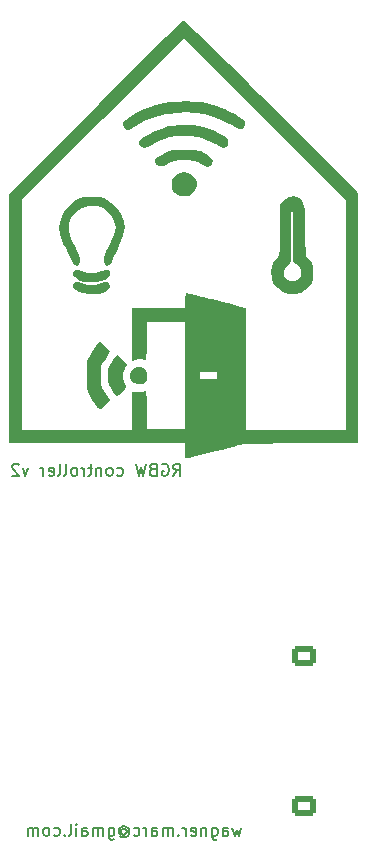
<source format=gbo>
G04 #@! TF.GenerationSoftware,KiCad,Pcbnew,8.0.4*
G04 #@! TF.CreationDate,2024-09-06T18:50:31+02:00*
G04 #@! TF.ProjectId,rgb_controller,7267625f-636f-46e7-9472-6f6c6c65722e,rev?*
G04 #@! TF.SameCoordinates,Original*
G04 #@! TF.FileFunction,Legend,Bot*
G04 #@! TF.FilePolarity,Positive*
%FSLAX46Y46*%
G04 Gerber Fmt 4.6, Leading zero omitted, Abs format (unit mm)*
G04 Created by KiCad (PCBNEW 8.0.4) date 2024-09-06 18:50:31*
%MOMM*%
%LPD*%
G01*
G04 APERTURE LIST*
G04 Aperture macros list*
%AMRoundRect*
0 Rectangle with rounded corners*
0 $1 Rounding radius*
0 $2 $3 $4 $5 $6 $7 $8 $9 X,Y pos of 4 corners*
0 Add a 4 corners polygon primitive as box body*
4,1,4,$2,$3,$4,$5,$6,$7,$8,$9,$2,$3,0*
0 Add four circle primitives for the rounded corners*
1,1,$1+$1,$2,$3*
1,1,$1+$1,$4,$5*
1,1,$1+$1,$6,$7*
1,1,$1+$1,$8,$9*
0 Add four rect primitives between the rounded corners*
20,1,$1+$1,$2,$3,$4,$5,0*
20,1,$1+$1,$4,$5,$6,$7,0*
20,1,$1+$1,$6,$7,$8,$9,0*
20,1,$1+$1,$8,$9,$2,$3,0*%
G04 Aperture macros list end*
%ADD10C,0.150000*%
%ADD11C,0.000000*%
%ADD12RoundRect,0.250000X0.725000X-0.600000X0.725000X0.600000X-0.725000X0.600000X-0.725000X-0.600000X0*%
%ADD13O,1.950000X1.700000*%
%ADD14R,2.000000X1.905000*%
%ADD15O,2.000000X1.905000*%
%ADD16C,1.400000*%
%ADD17O,1.400000X1.400000*%
%ADD18C,1.600000*%
%ADD19O,1.600000X1.600000*%
%ADD20R,2.000000X2.000000*%
%ADD21O,2.000000X1.600000*%
%ADD22R,3.000000X3.000000*%
%ADD23C,3.000000*%
%ADD24RoundRect,0.200000X0.900000X-0.900000X0.900000X0.900000X-0.900000X0.900000X-0.900000X-0.900000X0*%
%ADD25R,1.700000X1.700000*%
%ADD26O,1.700000X1.700000*%
G04 APERTURE END LIST*
D10*
X72751792Y-65909819D02*
X73085125Y-65433628D01*
X73323220Y-65909819D02*
X73323220Y-64909819D01*
X73323220Y-64909819D02*
X72942268Y-64909819D01*
X72942268Y-64909819D02*
X72847030Y-64957438D01*
X72847030Y-64957438D02*
X72799411Y-65005057D01*
X72799411Y-65005057D02*
X72751792Y-65100295D01*
X72751792Y-65100295D02*
X72751792Y-65243152D01*
X72751792Y-65243152D02*
X72799411Y-65338390D01*
X72799411Y-65338390D02*
X72847030Y-65386009D01*
X72847030Y-65386009D02*
X72942268Y-65433628D01*
X72942268Y-65433628D02*
X73323220Y-65433628D01*
X71799411Y-64957438D02*
X71894649Y-64909819D01*
X71894649Y-64909819D02*
X72037506Y-64909819D01*
X72037506Y-64909819D02*
X72180363Y-64957438D01*
X72180363Y-64957438D02*
X72275601Y-65052676D01*
X72275601Y-65052676D02*
X72323220Y-65147914D01*
X72323220Y-65147914D02*
X72370839Y-65338390D01*
X72370839Y-65338390D02*
X72370839Y-65481247D01*
X72370839Y-65481247D02*
X72323220Y-65671723D01*
X72323220Y-65671723D02*
X72275601Y-65766961D01*
X72275601Y-65766961D02*
X72180363Y-65862200D01*
X72180363Y-65862200D02*
X72037506Y-65909819D01*
X72037506Y-65909819D02*
X71942268Y-65909819D01*
X71942268Y-65909819D02*
X71799411Y-65862200D01*
X71799411Y-65862200D02*
X71751792Y-65814580D01*
X71751792Y-65814580D02*
X71751792Y-65481247D01*
X71751792Y-65481247D02*
X71942268Y-65481247D01*
X70989887Y-65386009D02*
X70847030Y-65433628D01*
X70847030Y-65433628D02*
X70799411Y-65481247D01*
X70799411Y-65481247D02*
X70751792Y-65576485D01*
X70751792Y-65576485D02*
X70751792Y-65719342D01*
X70751792Y-65719342D02*
X70799411Y-65814580D01*
X70799411Y-65814580D02*
X70847030Y-65862200D01*
X70847030Y-65862200D02*
X70942268Y-65909819D01*
X70942268Y-65909819D02*
X71323220Y-65909819D01*
X71323220Y-65909819D02*
X71323220Y-64909819D01*
X71323220Y-64909819D02*
X70989887Y-64909819D01*
X70989887Y-64909819D02*
X70894649Y-64957438D01*
X70894649Y-64957438D02*
X70847030Y-65005057D01*
X70847030Y-65005057D02*
X70799411Y-65100295D01*
X70799411Y-65100295D02*
X70799411Y-65195533D01*
X70799411Y-65195533D02*
X70847030Y-65290771D01*
X70847030Y-65290771D02*
X70894649Y-65338390D01*
X70894649Y-65338390D02*
X70989887Y-65386009D01*
X70989887Y-65386009D02*
X71323220Y-65386009D01*
X70418458Y-64909819D02*
X70180363Y-65909819D01*
X70180363Y-65909819D02*
X69989887Y-65195533D01*
X69989887Y-65195533D02*
X69799411Y-65909819D01*
X69799411Y-65909819D02*
X69561316Y-64909819D01*
X67989887Y-65862200D02*
X68085125Y-65909819D01*
X68085125Y-65909819D02*
X68275601Y-65909819D01*
X68275601Y-65909819D02*
X68370839Y-65862200D01*
X68370839Y-65862200D02*
X68418458Y-65814580D01*
X68418458Y-65814580D02*
X68466077Y-65719342D01*
X68466077Y-65719342D02*
X68466077Y-65433628D01*
X68466077Y-65433628D02*
X68418458Y-65338390D01*
X68418458Y-65338390D02*
X68370839Y-65290771D01*
X68370839Y-65290771D02*
X68275601Y-65243152D01*
X68275601Y-65243152D02*
X68085125Y-65243152D01*
X68085125Y-65243152D02*
X67989887Y-65290771D01*
X67418458Y-65909819D02*
X67513696Y-65862200D01*
X67513696Y-65862200D02*
X67561315Y-65814580D01*
X67561315Y-65814580D02*
X67608934Y-65719342D01*
X67608934Y-65719342D02*
X67608934Y-65433628D01*
X67608934Y-65433628D02*
X67561315Y-65338390D01*
X67561315Y-65338390D02*
X67513696Y-65290771D01*
X67513696Y-65290771D02*
X67418458Y-65243152D01*
X67418458Y-65243152D02*
X67275601Y-65243152D01*
X67275601Y-65243152D02*
X67180363Y-65290771D01*
X67180363Y-65290771D02*
X67132744Y-65338390D01*
X67132744Y-65338390D02*
X67085125Y-65433628D01*
X67085125Y-65433628D02*
X67085125Y-65719342D01*
X67085125Y-65719342D02*
X67132744Y-65814580D01*
X67132744Y-65814580D02*
X67180363Y-65862200D01*
X67180363Y-65862200D02*
X67275601Y-65909819D01*
X67275601Y-65909819D02*
X67418458Y-65909819D01*
X66656553Y-65243152D02*
X66656553Y-65909819D01*
X66656553Y-65338390D02*
X66608934Y-65290771D01*
X66608934Y-65290771D02*
X66513696Y-65243152D01*
X66513696Y-65243152D02*
X66370839Y-65243152D01*
X66370839Y-65243152D02*
X66275601Y-65290771D01*
X66275601Y-65290771D02*
X66227982Y-65386009D01*
X66227982Y-65386009D02*
X66227982Y-65909819D01*
X65894648Y-65243152D02*
X65513696Y-65243152D01*
X65751791Y-64909819D02*
X65751791Y-65766961D01*
X65751791Y-65766961D02*
X65704172Y-65862200D01*
X65704172Y-65862200D02*
X65608934Y-65909819D01*
X65608934Y-65909819D02*
X65513696Y-65909819D01*
X65180362Y-65909819D02*
X65180362Y-65243152D01*
X65180362Y-65433628D02*
X65132743Y-65338390D01*
X65132743Y-65338390D02*
X65085124Y-65290771D01*
X65085124Y-65290771D02*
X64989886Y-65243152D01*
X64989886Y-65243152D02*
X64894648Y-65243152D01*
X64418457Y-65909819D02*
X64513695Y-65862200D01*
X64513695Y-65862200D02*
X64561314Y-65814580D01*
X64561314Y-65814580D02*
X64608933Y-65719342D01*
X64608933Y-65719342D02*
X64608933Y-65433628D01*
X64608933Y-65433628D02*
X64561314Y-65338390D01*
X64561314Y-65338390D02*
X64513695Y-65290771D01*
X64513695Y-65290771D02*
X64418457Y-65243152D01*
X64418457Y-65243152D02*
X64275600Y-65243152D01*
X64275600Y-65243152D02*
X64180362Y-65290771D01*
X64180362Y-65290771D02*
X64132743Y-65338390D01*
X64132743Y-65338390D02*
X64085124Y-65433628D01*
X64085124Y-65433628D02*
X64085124Y-65719342D01*
X64085124Y-65719342D02*
X64132743Y-65814580D01*
X64132743Y-65814580D02*
X64180362Y-65862200D01*
X64180362Y-65862200D02*
X64275600Y-65909819D01*
X64275600Y-65909819D02*
X64418457Y-65909819D01*
X63513695Y-65909819D02*
X63608933Y-65862200D01*
X63608933Y-65862200D02*
X63656552Y-65766961D01*
X63656552Y-65766961D02*
X63656552Y-64909819D01*
X62989885Y-65909819D02*
X63085123Y-65862200D01*
X63085123Y-65862200D02*
X63132742Y-65766961D01*
X63132742Y-65766961D02*
X63132742Y-64909819D01*
X62227980Y-65862200D02*
X62323218Y-65909819D01*
X62323218Y-65909819D02*
X62513694Y-65909819D01*
X62513694Y-65909819D02*
X62608932Y-65862200D01*
X62608932Y-65862200D02*
X62656551Y-65766961D01*
X62656551Y-65766961D02*
X62656551Y-65386009D01*
X62656551Y-65386009D02*
X62608932Y-65290771D01*
X62608932Y-65290771D02*
X62513694Y-65243152D01*
X62513694Y-65243152D02*
X62323218Y-65243152D01*
X62323218Y-65243152D02*
X62227980Y-65290771D01*
X62227980Y-65290771D02*
X62180361Y-65386009D01*
X62180361Y-65386009D02*
X62180361Y-65481247D01*
X62180361Y-65481247D02*
X62656551Y-65576485D01*
X61751789Y-65909819D02*
X61751789Y-65243152D01*
X61751789Y-65433628D02*
X61704170Y-65338390D01*
X61704170Y-65338390D02*
X61656551Y-65290771D01*
X61656551Y-65290771D02*
X61561313Y-65243152D01*
X61561313Y-65243152D02*
X61466075Y-65243152D01*
X60466074Y-65243152D02*
X60227979Y-65909819D01*
X60227979Y-65909819D02*
X59989884Y-65243152D01*
X59656550Y-65005057D02*
X59608931Y-64957438D01*
X59608931Y-64957438D02*
X59513693Y-64909819D01*
X59513693Y-64909819D02*
X59275598Y-64909819D01*
X59275598Y-64909819D02*
X59180360Y-64957438D01*
X59180360Y-64957438D02*
X59132741Y-65005057D01*
X59132741Y-65005057D02*
X59085122Y-65100295D01*
X59085122Y-65100295D02*
X59085122Y-65195533D01*
X59085122Y-65195533D02*
X59132741Y-65338390D01*
X59132741Y-65338390D02*
X59704169Y-65909819D01*
X59704169Y-65909819D02*
X59085122Y-65909819D01*
X78498458Y-95723152D02*
X78307982Y-96389819D01*
X78307982Y-96389819D02*
X78117506Y-95913628D01*
X78117506Y-95913628D02*
X77927030Y-96389819D01*
X77927030Y-96389819D02*
X77736554Y-95723152D01*
X76927030Y-96389819D02*
X76927030Y-95866009D01*
X76927030Y-95866009D02*
X76974649Y-95770771D01*
X76974649Y-95770771D02*
X77069887Y-95723152D01*
X77069887Y-95723152D02*
X77260363Y-95723152D01*
X77260363Y-95723152D02*
X77355601Y-95770771D01*
X76927030Y-96342200D02*
X77022268Y-96389819D01*
X77022268Y-96389819D02*
X77260363Y-96389819D01*
X77260363Y-96389819D02*
X77355601Y-96342200D01*
X77355601Y-96342200D02*
X77403220Y-96246961D01*
X77403220Y-96246961D02*
X77403220Y-96151723D01*
X77403220Y-96151723D02*
X77355601Y-96056485D01*
X77355601Y-96056485D02*
X77260363Y-96008866D01*
X77260363Y-96008866D02*
X77022268Y-96008866D01*
X77022268Y-96008866D02*
X76927030Y-95961247D01*
X76022268Y-95723152D02*
X76022268Y-96532676D01*
X76022268Y-96532676D02*
X76069887Y-96627914D01*
X76069887Y-96627914D02*
X76117506Y-96675533D01*
X76117506Y-96675533D02*
X76212744Y-96723152D01*
X76212744Y-96723152D02*
X76355601Y-96723152D01*
X76355601Y-96723152D02*
X76450839Y-96675533D01*
X76022268Y-96342200D02*
X76117506Y-96389819D01*
X76117506Y-96389819D02*
X76307982Y-96389819D01*
X76307982Y-96389819D02*
X76403220Y-96342200D01*
X76403220Y-96342200D02*
X76450839Y-96294580D01*
X76450839Y-96294580D02*
X76498458Y-96199342D01*
X76498458Y-96199342D02*
X76498458Y-95913628D01*
X76498458Y-95913628D02*
X76450839Y-95818390D01*
X76450839Y-95818390D02*
X76403220Y-95770771D01*
X76403220Y-95770771D02*
X76307982Y-95723152D01*
X76307982Y-95723152D02*
X76117506Y-95723152D01*
X76117506Y-95723152D02*
X76022268Y-95770771D01*
X75546077Y-95723152D02*
X75546077Y-96389819D01*
X75546077Y-95818390D02*
X75498458Y-95770771D01*
X75498458Y-95770771D02*
X75403220Y-95723152D01*
X75403220Y-95723152D02*
X75260363Y-95723152D01*
X75260363Y-95723152D02*
X75165125Y-95770771D01*
X75165125Y-95770771D02*
X75117506Y-95866009D01*
X75117506Y-95866009D02*
X75117506Y-96389819D01*
X74260363Y-96342200D02*
X74355601Y-96389819D01*
X74355601Y-96389819D02*
X74546077Y-96389819D01*
X74546077Y-96389819D02*
X74641315Y-96342200D01*
X74641315Y-96342200D02*
X74688934Y-96246961D01*
X74688934Y-96246961D02*
X74688934Y-95866009D01*
X74688934Y-95866009D02*
X74641315Y-95770771D01*
X74641315Y-95770771D02*
X74546077Y-95723152D01*
X74546077Y-95723152D02*
X74355601Y-95723152D01*
X74355601Y-95723152D02*
X74260363Y-95770771D01*
X74260363Y-95770771D02*
X74212744Y-95866009D01*
X74212744Y-95866009D02*
X74212744Y-95961247D01*
X74212744Y-95961247D02*
X74688934Y-96056485D01*
X73784172Y-96389819D02*
X73784172Y-95723152D01*
X73784172Y-95913628D02*
X73736553Y-95818390D01*
X73736553Y-95818390D02*
X73688934Y-95770771D01*
X73688934Y-95770771D02*
X73593696Y-95723152D01*
X73593696Y-95723152D02*
X73498458Y-95723152D01*
X73165124Y-96294580D02*
X73117505Y-96342200D01*
X73117505Y-96342200D02*
X73165124Y-96389819D01*
X73165124Y-96389819D02*
X73212743Y-96342200D01*
X73212743Y-96342200D02*
X73165124Y-96294580D01*
X73165124Y-96294580D02*
X73165124Y-96389819D01*
X72688934Y-96389819D02*
X72688934Y-95723152D01*
X72688934Y-95818390D02*
X72641315Y-95770771D01*
X72641315Y-95770771D02*
X72546077Y-95723152D01*
X72546077Y-95723152D02*
X72403220Y-95723152D01*
X72403220Y-95723152D02*
X72307982Y-95770771D01*
X72307982Y-95770771D02*
X72260363Y-95866009D01*
X72260363Y-95866009D02*
X72260363Y-96389819D01*
X72260363Y-95866009D02*
X72212744Y-95770771D01*
X72212744Y-95770771D02*
X72117506Y-95723152D01*
X72117506Y-95723152D02*
X71974649Y-95723152D01*
X71974649Y-95723152D02*
X71879410Y-95770771D01*
X71879410Y-95770771D02*
X71831791Y-95866009D01*
X71831791Y-95866009D02*
X71831791Y-96389819D01*
X70927030Y-96389819D02*
X70927030Y-95866009D01*
X70927030Y-95866009D02*
X70974649Y-95770771D01*
X70974649Y-95770771D02*
X71069887Y-95723152D01*
X71069887Y-95723152D02*
X71260363Y-95723152D01*
X71260363Y-95723152D02*
X71355601Y-95770771D01*
X70927030Y-96342200D02*
X71022268Y-96389819D01*
X71022268Y-96389819D02*
X71260363Y-96389819D01*
X71260363Y-96389819D02*
X71355601Y-96342200D01*
X71355601Y-96342200D02*
X71403220Y-96246961D01*
X71403220Y-96246961D02*
X71403220Y-96151723D01*
X71403220Y-96151723D02*
X71355601Y-96056485D01*
X71355601Y-96056485D02*
X71260363Y-96008866D01*
X71260363Y-96008866D02*
X71022268Y-96008866D01*
X71022268Y-96008866D02*
X70927030Y-95961247D01*
X70450839Y-96389819D02*
X70450839Y-95723152D01*
X70450839Y-95913628D02*
X70403220Y-95818390D01*
X70403220Y-95818390D02*
X70355601Y-95770771D01*
X70355601Y-95770771D02*
X70260363Y-95723152D01*
X70260363Y-95723152D02*
X70165125Y-95723152D01*
X69403220Y-96342200D02*
X69498458Y-96389819D01*
X69498458Y-96389819D02*
X69688934Y-96389819D01*
X69688934Y-96389819D02*
X69784172Y-96342200D01*
X69784172Y-96342200D02*
X69831791Y-96294580D01*
X69831791Y-96294580D02*
X69879410Y-96199342D01*
X69879410Y-96199342D02*
X69879410Y-95913628D01*
X69879410Y-95913628D02*
X69831791Y-95818390D01*
X69831791Y-95818390D02*
X69784172Y-95770771D01*
X69784172Y-95770771D02*
X69688934Y-95723152D01*
X69688934Y-95723152D02*
X69498458Y-95723152D01*
X69498458Y-95723152D02*
X69403220Y-95770771D01*
X68355601Y-95913628D02*
X68403220Y-95866009D01*
X68403220Y-95866009D02*
X68498458Y-95818390D01*
X68498458Y-95818390D02*
X68593696Y-95818390D01*
X68593696Y-95818390D02*
X68688934Y-95866009D01*
X68688934Y-95866009D02*
X68736553Y-95913628D01*
X68736553Y-95913628D02*
X68784172Y-96008866D01*
X68784172Y-96008866D02*
X68784172Y-96104104D01*
X68784172Y-96104104D02*
X68736553Y-96199342D01*
X68736553Y-96199342D02*
X68688934Y-96246961D01*
X68688934Y-96246961D02*
X68593696Y-96294580D01*
X68593696Y-96294580D02*
X68498458Y-96294580D01*
X68498458Y-96294580D02*
X68403220Y-96246961D01*
X68403220Y-96246961D02*
X68355601Y-96199342D01*
X68355601Y-95818390D02*
X68355601Y-96199342D01*
X68355601Y-96199342D02*
X68307982Y-96246961D01*
X68307982Y-96246961D02*
X68260363Y-96246961D01*
X68260363Y-96246961D02*
X68165124Y-96199342D01*
X68165124Y-96199342D02*
X68117505Y-96104104D01*
X68117505Y-96104104D02*
X68117505Y-95866009D01*
X68117505Y-95866009D02*
X68212744Y-95723152D01*
X68212744Y-95723152D02*
X68355601Y-95627914D01*
X68355601Y-95627914D02*
X68546077Y-95580295D01*
X68546077Y-95580295D02*
X68736553Y-95627914D01*
X68736553Y-95627914D02*
X68879410Y-95723152D01*
X68879410Y-95723152D02*
X68974648Y-95866009D01*
X68974648Y-95866009D02*
X69022267Y-96056485D01*
X69022267Y-96056485D02*
X68974648Y-96246961D01*
X68974648Y-96246961D02*
X68879410Y-96389819D01*
X68879410Y-96389819D02*
X68736553Y-96485057D01*
X68736553Y-96485057D02*
X68546077Y-96532676D01*
X68546077Y-96532676D02*
X68355601Y-96485057D01*
X68355601Y-96485057D02*
X68212744Y-96389819D01*
X67260363Y-95723152D02*
X67260363Y-96532676D01*
X67260363Y-96532676D02*
X67307982Y-96627914D01*
X67307982Y-96627914D02*
X67355601Y-96675533D01*
X67355601Y-96675533D02*
X67450839Y-96723152D01*
X67450839Y-96723152D02*
X67593696Y-96723152D01*
X67593696Y-96723152D02*
X67688934Y-96675533D01*
X67260363Y-96342200D02*
X67355601Y-96389819D01*
X67355601Y-96389819D02*
X67546077Y-96389819D01*
X67546077Y-96389819D02*
X67641315Y-96342200D01*
X67641315Y-96342200D02*
X67688934Y-96294580D01*
X67688934Y-96294580D02*
X67736553Y-96199342D01*
X67736553Y-96199342D02*
X67736553Y-95913628D01*
X67736553Y-95913628D02*
X67688934Y-95818390D01*
X67688934Y-95818390D02*
X67641315Y-95770771D01*
X67641315Y-95770771D02*
X67546077Y-95723152D01*
X67546077Y-95723152D02*
X67355601Y-95723152D01*
X67355601Y-95723152D02*
X67260363Y-95770771D01*
X66784172Y-96389819D02*
X66784172Y-95723152D01*
X66784172Y-95818390D02*
X66736553Y-95770771D01*
X66736553Y-95770771D02*
X66641315Y-95723152D01*
X66641315Y-95723152D02*
X66498458Y-95723152D01*
X66498458Y-95723152D02*
X66403220Y-95770771D01*
X66403220Y-95770771D02*
X66355601Y-95866009D01*
X66355601Y-95866009D02*
X66355601Y-96389819D01*
X66355601Y-95866009D02*
X66307982Y-95770771D01*
X66307982Y-95770771D02*
X66212744Y-95723152D01*
X66212744Y-95723152D02*
X66069887Y-95723152D01*
X66069887Y-95723152D02*
X65974648Y-95770771D01*
X65974648Y-95770771D02*
X65927029Y-95866009D01*
X65927029Y-95866009D02*
X65927029Y-96389819D01*
X65022268Y-96389819D02*
X65022268Y-95866009D01*
X65022268Y-95866009D02*
X65069887Y-95770771D01*
X65069887Y-95770771D02*
X65165125Y-95723152D01*
X65165125Y-95723152D02*
X65355601Y-95723152D01*
X65355601Y-95723152D02*
X65450839Y-95770771D01*
X65022268Y-96342200D02*
X65117506Y-96389819D01*
X65117506Y-96389819D02*
X65355601Y-96389819D01*
X65355601Y-96389819D02*
X65450839Y-96342200D01*
X65450839Y-96342200D02*
X65498458Y-96246961D01*
X65498458Y-96246961D02*
X65498458Y-96151723D01*
X65498458Y-96151723D02*
X65450839Y-96056485D01*
X65450839Y-96056485D02*
X65355601Y-96008866D01*
X65355601Y-96008866D02*
X65117506Y-96008866D01*
X65117506Y-96008866D02*
X65022268Y-95961247D01*
X64546077Y-96389819D02*
X64546077Y-95723152D01*
X64546077Y-95389819D02*
X64593696Y-95437438D01*
X64593696Y-95437438D02*
X64546077Y-95485057D01*
X64546077Y-95485057D02*
X64498458Y-95437438D01*
X64498458Y-95437438D02*
X64546077Y-95389819D01*
X64546077Y-95389819D02*
X64546077Y-95485057D01*
X63927030Y-96389819D02*
X64022268Y-96342200D01*
X64022268Y-96342200D02*
X64069887Y-96246961D01*
X64069887Y-96246961D02*
X64069887Y-95389819D01*
X63546077Y-96294580D02*
X63498458Y-96342200D01*
X63498458Y-96342200D02*
X63546077Y-96389819D01*
X63546077Y-96389819D02*
X63593696Y-96342200D01*
X63593696Y-96342200D02*
X63546077Y-96294580D01*
X63546077Y-96294580D02*
X63546077Y-96389819D01*
X62641316Y-96342200D02*
X62736554Y-96389819D01*
X62736554Y-96389819D02*
X62927030Y-96389819D01*
X62927030Y-96389819D02*
X63022268Y-96342200D01*
X63022268Y-96342200D02*
X63069887Y-96294580D01*
X63069887Y-96294580D02*
X63117506Y-96199342D01*
X63117506Y-96199342D02*
X63117506Y-95913628D01*
X63117506Y-95913628D02*
X63069887Y-95818390D01*
X63069887Y-95818390D02*
X63022268Y-95770771D01*
X63022268Y-95770771D02*
X62927030Y-95723152D01*
X62927030Y-95723152D02*
X62736554Y-95723152D01*
X62736554Y-95723152D02*
X62641316Y-95770771D01*
X62069887Y-96389819D02*
X62165125Y-96342200D01*
X62165125Y-96342200D02*
X62212744Y-96294580D01*
X62212744Y-96294580D02*
X62260363Y-96199342D01*
X62260363Y-96199342D02*
X62260363Y-95913628D01*
X62260363Y-95913628D02*
X62212744Y-95818390D01*
X62212744Y-95818390D02*
X62165125Y-95770771D01*
X62165125Y-95770771D02*
X62069887Y-95723152D01*
X62069887Y-95723152D02*
X61927030Y-95723152D01*
X61927030Y-95723152D02*
X61831792Y-95770771D01*
X61831792Y-95770771D02*
X61784173Y-95818390D01*
X61784173Y-95818390D02*
X61736554Y-95913628D01*
X61736554Y-95913628D02*
X61736554Y-96199342D01*
X61736554Y-96199342D02*
X61784173Y-96294580D01*
X61784173Y-96294580D02*
X61831792Y-96342200D01*
X61831792Y-96342200D02*
X61927030Y-96389819D01*
X61927030Y-96389819D02*
X62069887Y-96389819D01*
X61307982Y-96389819D02*
X61307982Y-95723152D01*
X61307982Y-95818390D02*
X61260363Y-95770771D01*
X61260363Y-95770771D02*
X61165125Y-95723152D01*
X61165125Y-95723152D02*
X61022268Y-95723152D01*
X61022268Y-95723152D02*
X60927030Y-95770771D01*
X60927030Y-95770771D02*
X60879411Y-95866009D01*
X60879411Y-95866009D02*
X60879411Y-96389819D01*
X60879411Y-95866009D02*
X60831792Y-95770771D01*
X60831792Y-95770771D02*
X60736554Y-95723152D01*
X60736554Y-95723152D02*
X60593697Y-95723152D01*
X60593697Y-95723152D02*
X60498458Y-95770771D01*
X60498458Y-95770771D02*
X60450839Y-95866009D01*
X60450839Y-95866009D02*
X60450839Y-96389819D01*
D11*
G36*
X69908756Y-56743018D02*
G01*
X70240024Y-56816992D01*
X70442372Y-57002173D01*
X70545748Y-57321255D01*
X70557281Y-57427941D01*
X70510393Y-57771239D01*
X70346523Y-58032091D01*
X70090425Y-58164644D01*
X69718314Y-58177536D01*
X69385557Y-58065217D01*
X69164461Y-57838116D01*
X69084264Y-57515109D01*
X69091282Y-57367662D01*
X69195748Y-57019034D01*
X69424747Y-56809237D01*
X69777524Y-56739118D01*
X69908756Y-56743018D01*
G37*
G36*
X67342187Y-49592492D02*
G01*
X67403382Y-49832718D01*
X67397464Y-49901839D01*
X67261620Y-50146031D01*
X66950462Y-50344688D01*
X66469558Y-50493869D01*
X66108465Y-50543714D01*
X65645373Y-50538367D01*
X65197538Y-50469004D01*
X64799222Y-50346721D01*
X64484689Y-50182611D01*
X64288199Y-49987767D01*
X64244017Y-49773282D01*
X64264781Y-49695902D01*
X64407763Y-49519846D01*
X64659642Y-49495104D01*
X65020815Y-49621597D01*
X65512220Y-49787662D01*
X66074111Y-49803795D01*
X66624298Y-49634959D01*
X66865522Y-49535856D01*
X67161467Y-49493174D01*
X67342187Y-49592492D01*
G37*
G36*
X73955965Y-40246999D02*
G01*
X74310712Y-40416945D01*
X74567466Y-40691380D01*
X74712549Y-41032434D01*
X74732285Y-41402238D01*
X74612999Y-41762926D01*
X74341014Y-42076628D01*
X74057657Y-42217415D01*
X73644259Y-42264853D01*
X73338135Y-42245303D01*
X73119919Y-42162323D01*
X72909794Y-41981486D01*
X72746758Y-41787116D01*
X72655528Y-41561460D01*
X72632794Y-41244101D01*
X72633342Y-41168448D01*
X72660420Y-40897933D01*
X72757082Y-40704915D01*
X72962881Y-40500262D01*
X73074074Y-40408548D01*
X73353177Y-40253664D01*
X73667030Y-40210441D01*
X73955965Y-40246999D01*
G37*
G36*
X67268915Y-48526123D02*
G01*
X67368369Y-48650988D01*
X67388159Y-48879723D01*
X67255544Y-49119543D01*
X66983161Y-49334687D01*
X66642749Y-49462385D01*
X66180582Y-49539575D01*
X65681476Y-49555846D01*
X65215839Y-49509125D01*
X64854076Y-49397342D01*
X64733357Y-49332622D01*
X64411880Y-49105327D01*
X64245186Y-48884497D01*
X64241311Y-48685859D01*
X64408295Y-48525138D01*
X64506222Y-48490542D01*
X64714038Y-48504481D01*
X65023022Y-48615235D01*
X65531026Y-48765223D01*
X66129748Y-48774847D01*
X66704917Y-48604153D01*
X66720952Y-48596640D01*
X66985284Y-48487589D01*
X67149038Y-48466699D01*
X67268915Y-48526123D01*
G37*
G36*
X68030771Y-55732651D02*
G01*
X68180025Y-55849275D01*
X68380419Y-56028807D01*
X68583519Y-56225364D01*
X68740896Y-56393064D01*
X68804117Y-56486024D01*
X68796799Y-56507805D01*
X68730421Y-56651900D01*
X68617353Y-56879191D01*
X68483838Y-57206974D01*
X68445257Y-57596101D01*
X68568375Y-57953088D01*
X68673621Y-58138078D01*
X68763145Y-58301683D01*
X68758887Y-58376592D01*
X68657081Y-58561883D01*
X68467418Y-58791940D01*
X68316959Y-58940628D01*
X68120297Y-59103683D01*
X67995878Y-59167059D01*
X67963259Y-59160650D01*
X67810940Y-59043505D01*
X67631291Y-58816208D01*
X67458978Y-58527621D01*
X67328664Y-58226605D01*
X67251010Y-57875601D01*
X67220837Y-57432306D01*
X67247322Y-57004510D01*
X67330376Y-56673475D01*
X67390443Y-56544870D01*
X67551899Y-56251284D01*
X67726644Y-55983115D01*
X67882431Y-55787583D01*
X67987013Y-55711912D01*
X68030771Y-55732651D01*
G37*
G36*
X73958274Y-38302947D02*
G01*
X74374195Y-38312469D01*
X74675189Y-38336715D01*
X74909965Y-38383787D01*
X75127229Y-38461786D01*
X75375691Y-38578811D01*
X75701102Y-38763012D01*
X75967749Y-38997635D01*
X76067641Y-39241396D01*
X76011550Y-39510074D01*
X75869849Y-39689894D01*
X75628542Y-39743530D01*
X75420147Y-39716851D01*
X75293316Y-39648732D01*
X75288000Y-39640862D01*
X75128144Y-39521854D01*
X74838365Y-39391489D01*
X74468945Y-39269255D01*
X74070167Y-39174643D01*
X73700362Y-39147356D01*
X73235568Y-39188363D01*
X72770833Y-39290380D01*
X72368066Y-39439441D01*
X72089175Y-39621576D01*
X71928114Y-39716923D01*
X71659208Y-39723602D01*
X71402831Y-39588983D01*
X71310732Y-39491022D01*
X71227413Y-39274082D01*
X71315886Y-39053050D01*
X71580552Y-38820730D01*
X72025808Y-38569925D01*
X72170065Y-38500792D01*
X72396660Y-38406064D01*
X72614834Y-38346544D01*
X72873374Y-38314433D01*
X73221064Y-38301932D01*
X73706691Y-38301244D01*
X73958274Y-38302947D01*
G37*
G36*
X66987660Y-54971809D02*
G01*
X67412572Y-55396721D01*
X67014053Y-55993507D01*
X66867740Y-56216276D01*
X66725770Y-56466001D01*
X66650014Y-56689489D01*
X66619332Y-56957733D01*
X66612583Y-57341728D01*
X66617966Y-57774734D01*
X66651844Y-58154918D01*
X66730431Y-58453528D01*
X66869464Y-58726881D01*
X67084679Y-59031298D01*
X67419701Y-59470200D01*
X67018569Y-59878924D01*
X66828718Y-60066243D01*
X66653679Y-60224848D01*
X66566843Y-60284677D01*
X66551718Y-60282535D01*
X66404851Y-60200232D01*
X66256875Y-60056006D01*
X66189411Y-59927169D01*
X66185423Y-59893754D01*
X66110878Y-59820735D01*
X66102556Y-59818197D01*
X66014871Y-59715410D01*
X65877762Y-59492356D01*
X65717077Y-59190405D01*
X65610153Y-58972453D01*
X65511231Y-58740033D01*
X65450002Y-58520416D01*
X65417515Y-58263712D01*
X65404821Y-57920032D01*
X65402969Y-57439485D01*
X65403549Y-57235006D01*
X65410879Y-56803434D01*
X65432560Y-56492575D01*
X65476087Y-56254532D01*
X65548953Y-56041405D01*
X65658653Y-55805294D01*
X65772471Y-55594781D01*
X66007032Y-55223929D01*
X66237962Y-54919294D01*
X66562748Y-54546897D01*
X66987660Y-54971809D01*
G37*
G36*
X74460289Y-36227401D02*
G01*
X74942667Y-36299864D01*
X75332104Y-36406954D01*
X75816233Y-36574492D01*
X76290187Y-36769887D01*
X76720258Y-36976721D01*
X77072738Y-37178576D01*
X77313918Y-37359033D01*
X77410090Y-37501673D01*
X77417633Y-37609723D01*
X77386190Y-37908753D01*
X77276254Y-38080481D01*
X77237834Y-38102475D01*
X76973611Y-38143989D01*
X76648235Y-38020674D01*
X76514776Y-37946473D01*
X75940380Y-37658002D01*
X75376271Y-37418515D01*
X74892760Y-37258540D01*
X74785909Y-37233228D01*
X74240430Y-37158053D01*
X73615179Y-37137505D01*
X72990323Y-37171533D01*
X72446029Y-37260086D01*
X72389113Y-37274594D01*
X72061866Y-37376190D01*
X71701762Y-37510129D01*
X71361562Y-37654335D01*
X71094025Y-37786734D01*
X70951911Y-37885248D01*
X70794476Y-38001871D01*
X70524608Y-38110989D01*
X70255681Y-38156030D01*
X70092928Y-38123863D01*
X69918696Y-37968819D01*
X69863627Y-37733639D01*
X69951794Y-37472474D01*
X69993960Y-37420231D01*
X70222356Y-37236542D01*
X70571935Y-37025900D01*
X70999770Y-36809020D01*
X71462933Y-36606613D01*
X71918498Y-36439394D01*
X72323538Y-36328074D01*
X72626323Y-36275622D01*
X73232122Y-36216034D01*
X73866776Y-36199709D01*
X74460289Y-36227401D01*
G37*
G36*
X74483539Y-34244088D02*
G01*
X75089713Y-34294524D01*
X75568212Y-34378657D01*
X75583910Y-34382669D01*
X76086855Y-34515285D01*
X76471363Y-34630100D01*
X76799543Y-34749682D01*
X77133508Y-34896599D01*
X77535367Y-35093418D01*
X77960733Y-35311042D01*
X78327449Y-35515003D01*
X78569583Y-35680750D01*
X78711889Y-35829180D01*
X78779120Y-35981190D01*
X78796029Y-36157677D01*
X78793525Y-36245913D01*
X78738281Y-36452695D01*
X78585919Y-36562042D01*
X78505573Y-36584379D01*
X78291228Y-36562957D01*
X78002279Y-36423623D01*
X77857863Y-36339703D01*
X76989387Y-35879627D01*
X76188375Y-35545512D01*
X75408120Y-35323581D01*
X74601919Y-35200054D01*
X73723067Y-35161153D01*
X73186014Y-35172647D01*
X72129471Y-35282997D01*
X71171915Y-35518614D01*
X70278099Y-35889681D01*
X69412771Y-36406381D01*
X69163036Y-36567385D01*
X68966328Y-36645220D01*
X68808119Y-36616639D01*
X68631641Y-36487539D01*
X68536391Y-36391902D01*
X68443416Y-36196471D01*
X68494448Y-35991844D01*
X68698115Y-35766600D01*
X69063045Y-35509320D01*
X69597867Y-35208581D01*
X69911292Y-35045717D01*
X70240783Y-34883259D01*
X70527462Y-34760243D01*
X70827324Y-34655456D01*
X71196360Y-34547685D01*
X71690562Y-34415714D01*
X71900602Y-34368613D01*
X72458221Y-34289609D01*
X73111868Y-34242165D01*
X73805616Y-34226812D01*
X74483539Y-34244088D01*
G37*
G36*
X65953116Y-42314753D02*
G01*
X66359254Y-42325577D01*
X66648973Y-42359140D01*
X66877373Y-42424769D01*
X67099557Y-42531790D01*
X67495955Y-42803663D01*
X67943704Y-43258893D01*
X68298903Y-43793338D01*
X68532978Y-44362036D01*
X68617353Y-44920025D01*
X68601882Y-45134260D01*
X68486811Y-45643711D01*
X68268736Y-46246167D01*
X67958688Y-46908328D01*
X67894076Y-47034629D01*
X67738758Y-47351818D01*
X67630683Y-47592876D01*
X67590147Y-47713457D01*
X67555363Y-47810468D01*
X67435600Y-47977169D01*
X67304610Y-48082557D01*
X67115055Y-48147941D01*
X67059831Y-48141147D01*
X66920699Y-48022710D01*
X66862371Y-47786516D01*
X66883601Y-47471262D01*
X66983144Y-47115648D01*
X67159755Y-46758374D01*
X67230313Y-46637497D01*
X67404586Y-46289703D01*
X67576765Y-45891292D01*
X67725806Y-45496329D01*
X67830664Y-45158880D01*
X67870294Y-44933009D01*
X67867965Y-44882227D01*
X67793599Y-44561443D01*
X67640030Y-44186632D01*
X67441805Y-43831705D01*
X67233471Y-43570576D01*
X67211434Y-43550073D01*
X66820538Y-43260329D01*
X66396202Y-43104858D01*
X65871782Y-43058603D01*
X65634715Y-43069289D01*
X65044479Y-43206286D01*
X64556928Y-43493463D01*
X64185236Y-43921120D01*
X63942575Y-44479552D01*
X63896248Y-44705413D01*
X63893690Y-45082065D01*
X63984349Y-45510735D01*
X64175935Y-46022782D01*
X64476160Y-46649565D01*
X64521072Y-46737868D01*
X64744937Y-47227420D01*
X64858200Y-47593507D01*
X64865130Y-47856278D01*
X64770000Y-48035882D01*
X64689657Y-48105542D01*
X64555572Y-48154744D01*
X64418654Y-48094728D01*
X64262650Y-47909295D01*
X64071311Y-47582248D01*
X63828384Y-47097390D01*
X63628271Y-46673588D01*
X63442216Y-46263600D01*
X63297617Y-45928019D01*
X63215089Y-45713370D01*
X63151135Y-45471529D01*
X63106209Y-44827108D01*
X63231061Y-44190016D01*
X63514954Y-43586087D01*
X63947151Y-43041156D01*
X64516916Y-42581057D01*
X64683360Y-42479313D01*
X64875952Y-42391079D01*
X65092810Y-42341609D01*
X65388073Y-42319792D01*
X65815882Y-42314520D01*
X65953116Y-42314753D01*
G37*
G36*
X84577197Y-48585944D02*
G01*
X84580990Y-48978283D01*
X84552018Y-49324160D01*
X84488900Y-49555128D01*
X84487566Y-49557610D01*
X84253222Y-49871385D01*
X83918273Y-50177251D01*
X83557869Y-50406491D01*
X83073073Y-50551517D01*
X82551537Y-50536946D01*
X82046984Y-50363554D01*
X81591691Y-50042666D01*
X81217936Y-49585604D01*
X81217605Y-49585068D01*
X81063568Y-49174275D01*
X81033042Y-48689575D01*
X81033694Y-48685658D01*
X82095118Y-48685658D01*
X82152151Y-49019344D01*
X82352064Y-49291875D01*
X82401610Y-49328693D01*
X82718816Y-49444327D01*
X83057350Y-49414807D01*
X83357991Y-49255349D01*
X83561519Y-48981165D01*
X83583294Y-48920217D01*
X83596388Y-48584598D01*
X83450765Y-48265566D01*
X83166201Y-48011617D01*
X82904853Y-47857235D01*
X82904853Y-45574647D01*
X82904774Y-45453897D01*
X82899943Y-44697594D01*
X82887860Y-44095024D01*
X82868862Y-43654422D01*
X82843287Y-43384022D01*
X82811470Y-43292059D01*
X82804774Y-43295686D01*
X82774418Y-43423601D01*
X82750253Y-43728633D01*
X82732596Y-44202801D01*
X82721768Y-44838123D01*
X82718088Y-45626618D01*
X82716613Y-46217174D01*
X82709506Y-46875988D01*
X82696040Y-47368180D01*
X82675689Y-47705366D01*
X82647927Y-47899160D01*
X82612225Y-47961177D01*
X82596493Y-47963366D01*
X82456373Y-48048162D01*
X82280202Y-48217978D01*
X82185249Y-48354855D01*
X82095118Y-48685658D01*
X81033694Y-48685658D01*
X81116530Y-48188071D01*
X81304536Y-47726866D01*
X81587563Y-47363064D01*
X81648545Y-47300932D01*
X81696958Y-47220646D01*
X81732251Y-47100143D01*
X81756489Y-46915000D01*
X81771743Y-46640792D01*
X81780078Y-46253094D01*
X81783562Y-45727482D01*
X81784264Y-45039531D01*
X81784264Y-42893891D01*
X82117752Y-42579372D01*
X82149429Y-42550289D01*
X82529133Y-42315432D01*
X82934465Y-42265530D01*
X83363810Y-42400813D01*
X83525820Y-42498828D01*
X83661360Y-42628299D01*
X83763353Y-42806252D01*
X83836426Y-43055721D01*
X83885206Y-43399736D01*
X83914320Y-43861330D01*
X83928395Y-44463534D01*
X83932058Y-45229382D01*
X83932447Y-45750524D01*
X83935299Y-46297105D01*
X83942844Y-46700905D01*
X83957294Y-46987011D01*
X83980862Y-47180509D01*
X84015758Y-47306486D01*
X84064195Y-47390029D01*
X84128384Y-47456226D01*
X84288035Y-47633339D01*
X84455222Y-47886282D01*
X84476841Y-47935666D01*
X84542020Y-48215590D01*
X84577069Y-48584598D01*
X84577197Y-48585944D01*
G37*
G36*
X88414411Y-63182500D02*
G01*
X83594408Y-63182500D01*
X82504671Y-63183245D01*
X81561877Y-63185810D01*
X80775227Y-63190600D01*
X80129258Y-63198024D01*
X79608503Y-63208486D01*
X79197496Y-63222395D01*
X78880773Y-63240156D01*
X78642869Y-63262177D01*
X78468316Y-63288864D01*
X78341651Y-63320624D01*
X78255779Y-63347277D01*
X77871881Y-63457400D01*
X77386773Y-63587550D01*
X76862823Y-63721656D01*
X76362399Y-63843647D01*
X75947867Y-63937452D01*
X75718318Y-63991417D01*
X75348321Y-64088226D01*
X74967353Y-64195963D01*
X74652962Y-64279880D01*
X74306835Y-64353510D01*
X74056875Y-64385886D01*
X73753382Y-64396471D01*
X73753382Y-63789485D01*
X73753382Y-63182500D01*
X66282794Y-63182500D01*
X58812206Y-63182500D01*
X58812206Y-52609360D01*
X58812206Y-42524519D01*
X59932794Y-42524519D01*
X59932794Y-52293216D01*
X59932794Y-62061912D01*
X64601911Y-62061912D01*
X69271029Y-62061912D01*
X69271029Y-60441616D01*
X69271029Y-58821320D01*
X69714595Y-58828716D01*
X69845330Y-58827658D01*
X70132175Y-58803730D01*
X70321581Y-58758139D01*
X70368415Y-58742069D01*
X70414529Y-58760090D01*
X70446613Y-58844213D01*
X70467184Y-59018568D01*
X70478760Y-59307288D01*
X70483859Y-59734504D01*
X70485000Y-60324347D01*
X70485000Y-61968530D01*
X72119191Y-61968530D01*
X73753382Y-61968530D01*
X73753382Y-57439485D01*
X73753382Y-57112647D01*
X74967353Y-57112647D01*
X74967353Y-57439485D01*
X74967353Y-57766324D01*
X75714411Y-57766324D01*
X76461470Y-57766324D01*
X76461470Y-57439485D01*
X76461470Y-57112647D01*
X75714411Y-57112647D01*
X74967353Y-57112647D01*
X73753382Y-57112647D01*
X73753382Y-52910441D01*
X72119191Y-52910441D01*
X70485000Y-52910441D01*
X70485000Y-54554623D01*
X70484391Y-55017215D01*
X70480427Y-55482020D01*
X70470550Y-55802679D01*
X70452245Y-56003446D01*
X70422994Y-56108573D01*
X70380278Y-56142312D01*
X70321581Y-56128916D01*
X70134402Y-56063083D01*
X69764494Y-56013015D01*
X69468518Y-56079702D01*
X69271029Y-56185395D01*
X69271029Y-53940933D01*
X69271029Y-51696471D01*
X71508115Y-51696471D01*
X73745200Y-51696471D01*
X73772637Y-51054959D01*
X73800073Y-50413448D01*
X74648643Y-50622475D01*
X74815525Y-50663881D01*
X75226682Y-50768221D01*
X75580918Y-50861142D01*
X75815923Y-50926421D01*
X75987728Y-50973280D01*
X76329981Y-51056097D01*
X76694926Y-51135568D01*
X76931565Y-51186520D01*
X77338083Y-51283220D01*
X77675441Y-51373606D01*
X77754011Y-51396549D01*
X78136267Y-51504541D01*
X78492536Y-51600691D01*
X78889411Y-51703968D01*
X78889411Y-56882940D01*
X78889411Y-57112647D01*
X78889411Y-62061912D01*
X83138308Y-62061912D01*
X87387206Y-62061912D01*
X87387206Y-52313469D01*
X87387206Y-42565027D01*
X80513154Y-35692157D01*
X73639102Y-28819288D01*
X66785948Y-35671903D01*
X59932794Y-42524519D01*
X58812206Y-42524519D01*
X58812206Y-42036221D01*
X66166066Y-34680325D01*
X66414398Y-34431991D01*
X67381510Y-33466148D01*
X68310656Y-32540216D01*
X69193304Y-31662594D01*
X70020925Y-30841685D01*
X70784985Y-30085887D01*
X71476954Y-29403601D01*
X72088301Y-28803227D01*
X72610494Y-28293166D01*
X73035001Y-27881818D01*
X73353292Y-27577583D01*
X73556835Y-27388861D01*
X73637099Y-27324053D01*
X73644249Y-27327554D01*
X73753780Y-27421613D01*
X73984617Y-27637616D01*
X74328210Y-27967148D01*
X74776015Y-28401798D01*
X75319482Y-28933153D01*
X75950065Y-29552801D01*
X76659216Y-30252330D01*
X77438388Y-31023327D01*
X78279034Y-31857379D01*
X79172607Y-32746075D01*
X80110558Y-33681002D01*
X81084341Y-34653747D01*
X88414411Y-41983817D01*
X88414411Y-52583158D01*
X88414411Y-62061912D01*
X88414411Y-63182500D01*
G37*
G36*
X69908756Y-56743018D02*
G01*
X70240024Y-56816992D01*
X70442372Y-57002173D01*
X70545748Y-57321255D01*
X70557281Y-57427941D01*
X70510393Y-57771239D01*
X70346523Y-58032091D01*
X70090425Y-58164644D01*
X69718314Y-58177536D01*
X69385557Y-58065217D01*
X69164461Y-57838116D01*
X69084264Y-57515109D01*
X69091282Y-57367662D01*
X69195748Y-57019034D01*
X69424747Y-56809237D01*
X69777524Y-56739118D01*
X69908756Y-56743018D01*
G37*
G36*
X67342187Y-49592492D02*
G01*
X67403382Y-49832718D01*
X67397464Y-49901839D01*
X67261620Y-50146031D01*
X66950462Y-50344688D01*
X66469558Y-50493869D01*
X66108465Y-50543714D01*
X65645373Y-50538367D01*
X65197538Y-50469004D01*
X64799222Y-50346721D01*
X64484689Y-50182611D01*
X64288199Y-49987767D01*
X64244017Y-49773282D01*
X64264781Y-49695902D01*
X64407763Y-49519846D01*
X64659642Y-49495104D01*
X65020815Y-49621597D01*
X65512220Y-49787662D01*
X66074111Y-49803795D01*
X66624298Y-49634959D01*
X66865522Y-49535856D01*
X67161467Y-49493174D01*
X67342187Y-49592492D01*
G37*
G36*
X73955965Y-40246999D02*
G01*
X74310712Y-40416945D01*
X74567466Y-40691380D01*
X74712549Y-41032434D01*
X74732285Y-41402238D01*
X74612999Y-41762926D01*
X74341014Y-42076628D01*
X74057657Y-42217415D01*
X73644259Y-42264853D01*
X73338135Y-42245303D01*
X73119919Y-42162323D01*
X72909794Y-41981486D01*
X72746758Y-41787116D01*
X72655528Y-41561460D01*
X72632794Y-41244101D01*
X72633342Y-41168448D01*
X72660420Y-40897933D01*
X72757082Y-40704915D01*
X72962881Y-40500262D01*
X73074074Y-40408548D01*
X73353177Y-40253664D01*
X73667030Y-40210441D01*
X73955965Y-40246999D01*
G37*
G36*
X67268915Y-48526123D02*
G01*
X67368369Y-48650988D01*
X67388159Y-48879723D01*
X67255544Y-49119543D01*
X66983161Y-49334687D01*
X66642749Y-49462385D01*
X66180582Y-49539575D01*
X65681476Y-49555846D01*
X65215839Y-49509125D01*
X64854076Y-49397342D01*
X64733357Y-49332622D01*
X64411880Y-49105327D01*
X64245186Y-48884497D01*
X64241311Y-48685859D01*
X64408295Y-48525138D01*
X64506222Y-48490542D01*
X64714038Y-48504481D01*
X65023022Y-48615235D01*
X65531026Y-48765223D01*
X66129748Y-48774847D01*
X66704917Y-48604153D01*
X66720952Y-48596640D01*
X66985284Y-48487589D01*
X67149038Y-48466699D01*
X67268915Y-48526123D01*
G37*
G36*
X68030771Y-55732651D02*
G01*
X68180025Y-55849275D01*
X68380419Y-56028807D01*
X68583519Y-56225364D01*
X68740896Y-56393064D01*
X68804117Y-56486024D01*
X68796799Y-56507805D01*
X68730421Y-56651900D01*
X68617353Y-56879191D01*
X68483838Y-57206974D01*
X68445257Y-57596101D01*
X68568375Y-57953088D01*
X68673621Y-58138078D01*
X68763145Y-58301683D01*
X68758887Y-58376592D01*
X68657081Y-58561883D01*
X68467418Y-58791940D01*
X68316959Y-58940628D01*
X68120297Y-59103683D01*
X67995878Y-59167059D01*
X67963259Y-59160650D01*
X67810940Y-59043505D01*
X67631291Y-58816208D01*
X67458978Y-58527621D01*
X67328664Y-58226605D01*
X67251010Y-57875601D01*
X67220837Y-57432306D01*
X67247322Y-57004510D01*
X67330376Y-56673475D01*
X67390443Y-56544870D01*
X67551899Y-56251284D01*
X67726644Y-55983115D01*
X67882431Y-55787583D01*
X67987013Y-55711912D01*
X68030771Y-55732651D01*
G37*
G36*
X73958274Y-38302947D02*
G01*
X74374195Y-38312469D01*
X74675189Y-38336715D01*
X74909965Y-38383787D01*
X75127229Y-38461786D01*
X75375691Y-38578811D01*
X75701102Y-38763012D01*
X75967749Y-38997635D01*
X76067641Y-39241396D01*
X76011550Y-39510074D01*
X75869849Y-39689894D01*
X75628542Y-39743530D01*
X75420147Y-39716851D01*
X75293316Y-39648732D01*
X75288000Y-39640862D01*
X75128144Y-39521854D01*
X74838365Y-39391489D01*
X74468945Y-39269255D01*
X74070167Y-39174643D01*
X73700362Y-39147356D01*
X73235568Y-39188363D01*
X72770833Y-39290380D01*
X72368066Y-39439441D01*
X72089175Y-39621576D01*
X71928114Y-39716923D01*
X71659208Y-39723602D01*
X71402831Y-39588983D01*
X71310732Y-39491022D01*
X71227413Y-39274082D01*
X71315886Y-39053050D01*
X71580552Y-38820730D01*
X72025808Y-38569925D01*
X72170065Y-38500792D01*
X72396660Y-38406064D01*
X72614834Y-38346544D01*
X72873374Y-38314433D01*
X73221064Y-38301932D01*
X73706691Y-38301244D01*
X73958274Y-38302947D01*
G37*
G36*
X66987660Y-54971809D02*
G01*
X67412572Y-55396721D01*
X67014053Y-55993507D01*
X66867740Y-56216276D01*
X66725770Y-56466001D01*
X66650014Y-56689489D01*
X66619332Y-56957733D01*
X66612583Y-57341728D01*
X66617966Y-57774734D01*
X66651844Y-58154918D01*
X66730431Y-58453528D01*
X66869464Y-58726881D01*
X67084679Y-59031298D01*
X67419701Y-59470200D01*
X67018569Y-59878924D01*
X66828718Y-60066243D01*
X66653679Y-60224848D01*
X66566843Y-60284677D01*
X66551718Y-60282535D01*
X66404851Y-60200232D01*
X66256875Y-60056006D01*
X66189411Y-59927169D01*
X66185423Y-59893754D01*
X66110878Y-59820735D01*
X66102556Y-59818197D01*
X66014871Y-59715410D01*
X65877762Y-59492356D01*
X65717077Y-59190405D01*
X65610153Y-58972453D01*
X65511231Y-58740033D01*
X65450002Y-58520416D01*
X65417515Y-58263712D01*
X65404821Y-57920032D01*
X65402969Y-57439485D01*
X65403549Y-57235006D01*
X65410879Y-56803434D01*
X65432560Y-56492575D01*
X65476087Y-56254532D01*
X65548953Y-56041405D01*
X65658653Y-55805294D01*
X65772471Y-55594781D01*
X66007032Y-55223929D01*
X66237962Y-54919294D01*
X66562748Y-54546897D01*
X66987660Y-54971809D01*
G37*
G36*
X74460289Y-36227401D02*
G01*
X74942667Y-36299864D01*
X75332104Y-36406954D01*
X75816233Y-36574492D01*
X76290187Y-36769887D01*
X76720258Y-36976721D01*
X77072738Y-37178576D01*
X77313918Y-37359033D01*
X77410090Y-37501673D01*
X77417633Y-37609723D01*
X77386190Y-37908753D01*
X77276254Y-38080481D01*
X77237834Y-38102475D01*
X76973611Y-38143989D01*
X76648235Y-38020674D01*
X76514776Y-37946473D01*
X75940380Y-37658002D01*
X75376271Y-37418515D01*
X74892760Y-37258540D01*
X74785909Y-37233228D01*
X74240430Y-37158053D01*
X73615179Y-37137505D01*
X72990323Y-37171533D01*
X72446029Y-37260086D01*
X72389113Y-37274594D01*
X72061866Y-37376190D01*
X71701762Y-37510129D01*
X71361562Y-37654335D01*
X71094025Y-37786734D01*
X70951911Y-37885248D01*
X70794476Y-38001871D01*
X70524608Y-38110989D01*
X70255681Y-38156030D01*
X70092928Y-38123863D01*
X69918696Y-37968819D01*
X69863627Y-37733639D01*
X69951794Y-37472474D01*
X69993960Y-37420231D01*
X70222356Y-37236542D01*
X70571935Y-37025900D01*
X70999770Y-36809020D01*
X71462933Y-36606613D01*
X71918498Y-36439394D01*
X72323538Y-36328074D01*
X72626323Y-36275622D01*
X73232122Y-36216034D01*
X73866776Y-36199709D01*
X74460289Y-36227401D01*
G37*
G36*
X74483539Y-34244088D02*
G01*
X75089713Y-34294524D01*
X75568212Y-34378657D01*
X75583910Y-34382669D01*
X76086855Y-34515285D01*
X76471363Y-34630100D01*
X76799543Y-34749682D01*
X77133508Y-34896599D01*
X77535367Y-35093418D01*
X77960733Y-35311042D01*
X78327449Y-35515003D01*
X78569583Y-35680750D01*
X78711889Y-35829180D01*
X78779120Y-35981190D01*
X78796029Y-36157677D01*
X78793525Y-36245913D01*
X78738281Y-36452695D01*
X78585919Y-36562042D01*
X78505573Y-36584379D01*
X78291228Y-36562957D01*
X78002279Y-36423623D01*
X77857863Y-36339703D01*
X76989387Y-35879627D01*
X76188375Y-35545512D01*
X75408120Y-35323581D01*
X74601919Y-35200054D01*
X73723067Y-35161153D01*
X73186014Y-35172647D01*
X72129471Y-35282997D01*
X71171915Y-35518614D01*
X70278099Y-35889681D01*
X69412771Y-36406381D01*
X69163036Y-36567385D01*
X68966328Y-36645220D01*
X68808119Y-36616639D01*
X68631641Y-36487539D01*
X68536391Y-36391902D01*
X68443416Y-36196471D01*
X68494448Y-35991844D01*
X68698115Y-35766600D01*
X69063045Y-35509320D01*
X69597867Y-35208581D01*
X69911292Y-35045717D01*
X70240783Y-34883259D01*
X70527462Y-34760243D01*
X70827324Y-34655456D01*
X71196360Y-34547685D01*
X71690562Y-34415714D01*
X71900602Y-34368613D01*
X72458221Y-34289609D01*
X73111868Y-34242165D01*
X73805616Y-34226812D01*
X74483539Y-34244088D01*
G37*
G36*
X65953116Y-42314753D02*
G01*
X66359254Y-42325577D01*
X66648973Y-42359140D01*
X66877373Y-42424769D01*
X67099557Y-42531790D01*
X67495955Y-42803663D01*
X67943704Y-43258893D01*
X68298903Y-43793338D01*
X68532978Y-44362036D01*
X68617353Y-44920025D01*
X68601882Y-45134260D01*
X68486811Y-45643711D01*
X68268736Y-46246167D01*
X67958688Y-46908328D01*
X67894076Y-47034629D01*
X67738758Y-47351818D01*
X67630683Y-47592876D01*
X67590147Y-47713457D01*
X67555363Y-47810468D01*
X67435600Y-47977169D01*
X67304610Y-48082557D01*
X67115055Y-48147941D01*
X67059831Y-48141147D01*
X66920699Y-48022710D01*
X66862371Y-47786516D01*
X66883601Y-47471262D01*
X66983144Y-47115648D01*
X67159755Y-46758374D01*
X67230313Y-46637497D01*
X67404586Y-46289703D01*
X67576765Y-45891292D01*
X67725806Y-45496329D01*
X67830664Y-45158880D01*
X67870294Y-44933009D01*
X67867965Y-44882227D01*
X67793599Y-44561443D01*
X67640030Y-44186632D01*
X67441805Y-43831705D01*
X67233471Y-43570576D01*
X67211434Y-43550073D01*
X66820538Y-43260329D01*
X66396202Y-43104858D01*
X65871782Y-43058603D01*
X65634715Y-43069289D01*
X65044479Y-43206286D01*
X64556928Y-43493463D01*
X64185236Y-43921120D01*
X63942575Y-44479552D01*
X63896248Y-44705413D01*
X63893690Y-45082065D01*
X63984349Y-45510735D01*
X64175935Y-46022782D01*
X64476160Y-46649565D01*
X64521072Y-46737868D01*
X64744937Y-47227420D01*
X64858200Y-47593507D01*
X64865130Y-47856278D01*
X64770000Y-48035882D01*
X64689657Y-48105542D01*
X64555572Y-48154744D01*
X64418654Y-48094728D01*
X64262650Y-47909295D01*
X64071311Y-47582248D01*
X63828384Y-47097390D01*
X63628271Y-46673588D01*
X63442216Y-46263600D01*
X63297617Y-45928019D01*
X63215089Y-45713370D01*
X63151135Y-45471529D01*
X63106209Y-44827108D01*
X63231061Y-44190016D01*
X63514954Y-43586087D01*
X63947151Y-43041156D01*
X64516916Y-42581057D01*
X64683360Y-42479313D01*
X64875952Y-42391079D01*
X65092810Y-42341609D01*
X65388073Y-42319792D01*
X65815882Y-42314520D01*
X65953116Y-42314753D01*
G37*
G36*
X84577197Y-48585944D02*
G01*
X84580990Y-48978283D01*
X84552018Y-49324160D01*
X84488900Y-49555128D01*
X84487566Y-49557610D01*
X84253222Y-49871385D01*
X83918273Y-50177251D01*
X83557869Y-50406491D01*
X83073073Y-50551517D01*
X82551537Y-50536946D01*
X82046984Y-50363554D01*
X81591691Y-50042666D01*
X81217936Y-49585604D01*
X81217605Y-49585068D01*
X81063568Y-49174275D01*
X81033042Y-48689575D01*
X81033694Y-48685658D01*
X82095118Y-48685658D01*
X82152151Y-49019344D01*
X82352064Y-49291875D01*
X82401610Y-49328693D01*
X82718816Y-49444327D01*
X83057350Y-49414807D01*
X83357991Y-49255349D01*
X83561519Y-48981165D01*
X83583294Y-48920217D01*
X83596388Y-48584598D01*
X83450765Y-48265566D01*
X83166201Y-48011617D01*
X82904853Y-47857235D01*
X82904853Y-45574647D01*
X82904774Y-45453897D01*
X82899943Y-44697594D01*
X82887860Y-44095024D01*
X82868862Y-43654422D01*
X82843287Y-43384022D01*
X82811470Y-43292059D01*
X82804774Y-43295686D01*
X82774418Y-43423601D01*
X82750253Y-43728633D01*
X82732596Y-44202801D01*
X82721768Y-44838123D01*
X82718088Y-45626618D01*
X82716613Y-46217174D01*
X82709506Y-46875988D01*
X82696040Y-47368180D01*
X82675689Y-47705366D01*
X82647927Y-47899160D01*
X82612225Y-47961177D01*
X82596493Y-47963366D01*
X82456373Y-48048162D01*
X82280202Y-48217978D01*
X82185249Y-48354855D01*
X82095118Y-48685658D01*
X81033694Y-48685658D01*
X81116530Y-48188071D01*
X81304536Y-47726866D01*
X81587563Y-47363064D01*
X81648545Y-47300932D01*
X81696958Y-47220646D01*
X81732251Y-47100143D01*
X81756489Y-46915000D01*
X81771743Y-46640792D01*
X81780078Y-46253094D01*
X81783562Y-45727482D01*
X81784264Y-45039531D01*
X81784264Y-42893891D01*
X82117752Y-42579372D01*
X82149429Y-42550289D01*
X82529133Y-42315432D01*
X82934465Y-42265530D01*
X83363810Y-42400813D01*
X83525820Y-42498828D01*
X83661360Y-42628299D01*
X83763353Y-42806252D01*
X83836426Y-43055721D01*
X83885206Y-43399736D01*
X83914320Y-43861330D01*
X83928395Y-44463534D01*
X83932058Y-45229382D01*
X83932447Y-45750524D01*
X83935299Y-46297105D01*
X83942844Y-46700905D01*
X83957294Y-46987011D01*
X83980862Y-47180509D01*
X84015758Y-47306486D01*
X84064195Y-47390029D01*
X84128384Y-47456226D01*
X84288035Y-47633339D01*
X84455222Y-47886282D01*
X84476841Y-47935666D01*
X84542020Y-48215590D01*
X84577069Y-48584598D01*
X84577197Y-48585944D01*
G37*
G36*
X88414411Y-63182500D02*
G01*
X83594408Y-63182500D01*
X82504671Y-63183245D01*
X81561877Y-63185810D01*
X80775227Y-63190600D01*
X80129258Y-63198024D01*
X79608503Y-63208486D01*
X79197496Y-63222395D01*
X78880773Y-63240156D01*
X78642869Y-63262177D01*
X78468316Y-63288864D01*
X78341651Y-63320624D01*
X78255779Y-63347277D01*
X77871881Y-63457400D01*
X77386773Y-63587550D01*
X76862823Y-63721656D01*
X76362399Y-63843647D01*
X75947867Y-63937452D01*
X75718318Y-63991417D01*
X75348321Y-64088226D01*
X74967353Y-64195963D01*
X74652962Y-64279880D01*
X74306835Y-64353510D01*
X74056875Y-64385886D01*
X73753382Y-64396471D01*
X73753382Y-63789485D01*
X73753382Y-63182500D01*
X66282794Y-63182500D01*
X58812206Y-63182500D01*
X58812206Y-52609360D01*
X58812206Y-42524519D01*
X59932794Y-42524519D01*
X59932794Y-52293216D01*
X59932794Y-62061912D01*
X64601911Y-62061912D01*
X69271029Y-62061912D01*
X69271029Y-60441616D01*
X69271029Y-58821320D01*
X69714595Y-58828716D01*
X69845330Y-58827658D01*
X70132175Y-58803730D01*
X70321581Y-58758139D01*
X70368415Y-58742069D01*
X70414529Y-58760090D01*
X70446613Y-58844213D01*
X70467184Y-59018568D01*
X70478760Y-59307288D01*
X70483859Y-59734504D01*
X70485000Y-60324347D01*
X70485000Y-61968530D01*
X72119191Y-61968530D01*
X73753382Y-61968530D01*
X73753382Y-57439485D01*
X73753382Y-57112647D01*
X74967353Y-57112647D01*
X74967353Y-57439485D01*
X74967353Y-57766324D01*
X75714411Y-57766324D01*
X76461470Y-57766324D01*
X76461470Y-57439485D01*
X76461470Y-57112647D01*
X75714411Y-57112647D01*
X74967353Y-57112647D01*
X73753382Y-57112647D01*
X73753382Y-52910441D01*
X72119191Y-52910441D01*
X70485000Y-52910441D01*
X70485000Y-54554623D01*
X70484391Y-55017215D01*
X70480427Y-55482020D01*
X70470550Y-55802679D01*
X70452245Y-56003446D01*
X70422994Y-56108573D01*
X70380278Y-56142312D01*
X70321581Y-56128916D01*
X70134402Y-56063083D01*
X69764494Y-56013015D01*
X69468518Y-56079702D01*
X69271029Y-56185395D01*
X69271029Y-53940933D01*
X69271029Y-51696471D01*
X71508115Y-51696471D01*
X73745200Y-51696471D01*
X73772637Y-51054959D01*
X73800073Y-50413448D01*
X74648643Y-50622475D01*
X74815525Y-50663881D01*
X75226682Y-50768221D01*
X75580918Y-50861142D01*
X75815923Y-50926421D01*
X75987728Y-50973280D01*
X76329981Y-51056097D01*
X76694926Y-51135568D01*
X76931565Y-51186520D01*
X77338083Y-51283220D01*
X77675441Y-51373606D01*
X77754011Y-51396549D01*
X78136267Y-51504541D01*
X78492536Y-51600691D01*
X78889411Y-51703968D01*
X78889411Y-56882940D01*
X78889411Y-57112647D01*
X78889411Y-62061912D01*
X83138308Y-62061912D01*
X87387206Y-62061912D01*
X87387206Y-52313469D01*
X87387206Y-42565027D01*
X80513154Y-35692157D01*
X73639102Y-28819288D01*
X66785948Y-35671903D01*
X59932794Y-42524519D01*
X58812206Y-42524519D01*
X58812206Y-42036221D01*
X66166066Y-34680325D01*
X66414398Y-34431991D01*
X67381510Y-33466148D01*
X68310656Y-32540216D01*
X69193304Y-31662594D01*
X70020925Y-30841685D01*
X70784985Y-30085887D01*
X71476954Y-29403601D01*
X72088301Y-28803227D01*
X72610494Y-28293166D01*
X73035001Y-27881818D01*
X73353292Y-27577583D01*
X73556835Y-27388861D01*
X73637099Y-27324053D01*
X73644249Y-27327554D01*
X73753780Y-27421613D01*
X73984617Y-27637616D01*
X74328210Y-27967148D01*
X74776015Y-28401798D01*
X75319482Y-28933153D01*
X75950065Y-29552801D01*
X76659216Y-30252330D01*
X77438388Y-31023327D01*
X78279034Y-31857379D01*
X79172607Y-32746075D01*
X80110558Y-33681002D01*
X81084341Y-34653747D01*
X88414411Y-41983817D01*
X88414411Y-52583158D01*
X88414411Y-62061912D01*
X88414411Y-63182500D01*
G37*
%LPC*%
D12*
X83820000Y-93900000D03*
D13*
X83820000Y-91400000D03*
X83820000Y-88900000D03*
D14*
X93980000Y-68580000D03*
D15*
X93980000Y-66040000D03*
X93980000Y-63500000D03*
D12*
X83820000Y-81200000D03*
D13*
X83820000Y-78700000D03*
X83820000Y-76200000D03*
X83820000Y-73700000D03*
X83820000Y-71200000D03*
D16*
X99060000Y-68580000D03*
D17*
X99060000Y-71120000D03*
D14*
X93980000Y-55880000D03*
D15*
X93980000Y-53340000D03*
X93980000Y-50800000D03*
D16*
X99060000Y-55880000D03*
D17*
X99060000Y-58420000D03*
D18*
X113030000Y-73660000D03*
D19*
X120650000Y-73660000D03*
D20*
X127000000Y-88900000D03*
D21*
X127000000Y-86360000D03*
X127000000Y-83820000D03*
X127000000Y-81280000D03*
X127000000Y-78740000D03*
X127000000Y-76200000D03*
X127000000Y-73660000D03*
X127000000Y-71120000D03*
X104140000Y-71120000D03*
X104140000Y-73660000D03*
X104140000Y-76200000D03*
X104140000Y-78740000D03*
X104140000Y-81280000D03*
X104140000Y-83820000D03*
X104140000Y-86360000D03*
X104140000Y-88900000D03*
D16*
X99060000Y-93980000D03*
D17*
X99060000Y-96520000D03*
D16*
X99060000Y-81280000D03*
D17*
X99060000Y-83820000D03*
D22*
X119380000Y-38100000D03*
D23*
X114300000Y-38100000D03*
D14*
X93980000Y-93980000D03*
D15*
X93980000Y-91440000D03*
X93980000Y-88900000D03*
D24*
X121940000Y-43540000D03*
X124140000Y-43540000D03*
X109740000Y-43540000D03*
X111940000Y-43540000D03*
X121940000Y-63340000D03*
X124140000Y-63340000D03*
X109740000Y-63340000D03*
X111940000Y-63340000D03*
D25*
X106680000Y-50800000D03*
D26*
X106680000Y-53340000D03*
X106680000Y-55880000D03*
D18*
X120650000Y-83820000D03*
D19*
X113030000Y-83820000D03*
D18*
X120650000Y-78740000D03*
D19*
X113030000Y-78740000D03*
D14*
X93980000Y-81280000D03*
D15*
X93980000Y-78740000D03*
X93980000Y-76200000D03*
D18*
X113030000Y-68607215D03*
D19*
X120650000Y-68607215D03*
%LPD*%
M02*

</source>
